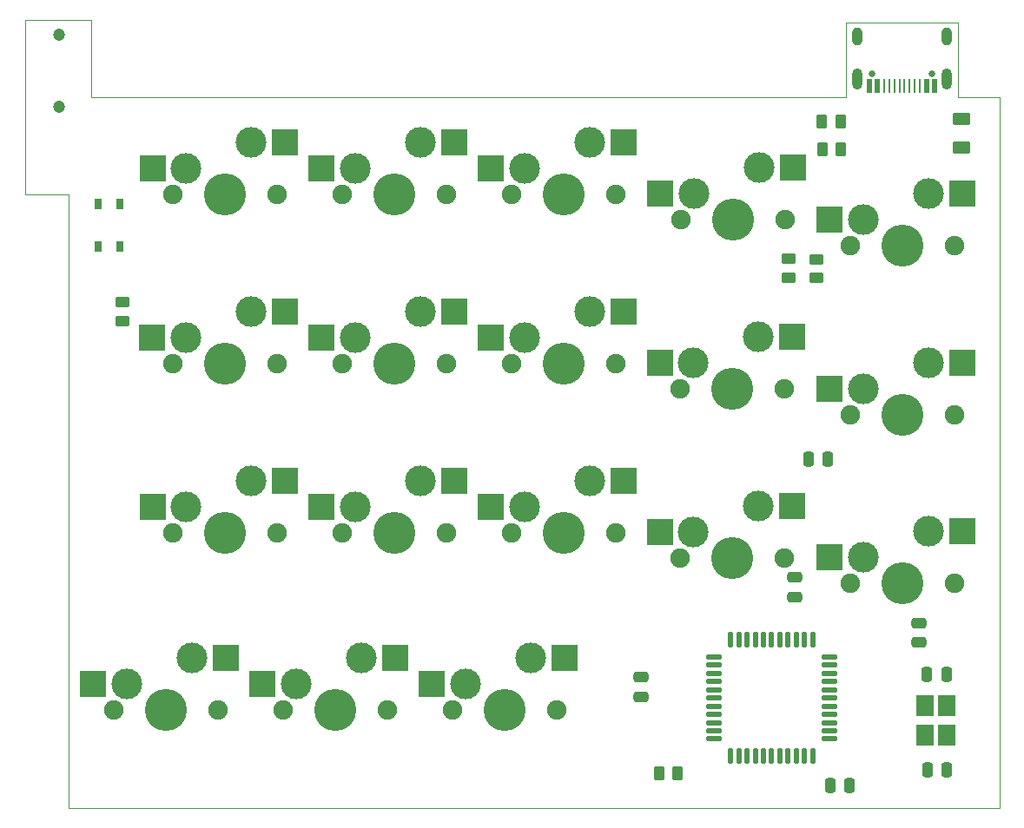
<source format=gbs>
%TF.GenerationSoftware,KiCad,Pcbnew,(6.0.6)*%
%TF.CreationDate,2022-12-14T08:05:18+09:00*%
%TF.ProjectId,split-mini__right,73706c69-742d-46d6-996e-695f5f726967,rev?*%
%TF.SameCoordinates,Original*%
%TF.FileFunction,Soldermask,Bot*%
%TF.FilePolarity,Negative*%
%FSLAX46Y46*%
G04 Gerber Fmt 4.6, Leading zero omitted, Abs format (unit mm)*
G04 Created by KiCad (PCBNEW (6.0.6)) date 2022-12-14 08:05:18*
%MOMM*%
%LPD*%
G01*
G04 APERTURE LIST*
G04 Aperture macros list*
%AMRoundRect*
0 Rectangle with rounded corners*
0 $1 Rounding radius*
0 $2 $3 $4 $5 $6 $7 $8 $9 X,Y pos of 4 corners*
0 Add a 4 corners polygon primitive as box body*
4,1,4,$2,$3,$4,$5,$6,$7,$8,$9,$2,$3,0*
0 Add four circle primitives for the rounded corners*
1,1,$1+$1,$2,$3*
1,1,$1+$1,$4,$5*
1,1,$1+$1,$6,$7*
1,1,$1+$1,$8,$9*
0 Add four rect primitives between the rounded corners*
20,1,$1+$1,$2,$3,$4,$5,0*
20,1,$1+$1,$4,$5,$6,$7,0*
20,1,$1+$1,$6,$7,$8,$9,0*
20,1,$1+$1,$8,$9,$2,$3,0*%
G04 Aperture macros list end*
%TA.AperFunction,Profile*%
%ADD10C,0.100000*%
%TD*%
%ADD11C,1.900000*%
%ADD12C,4.100000*%
%ADD13C,3.000000*%
%ADD14R,2.550000X2.500000*%
%ADD15C,0.650000*%
%ADD16R,0.580000X1.400000*%
%ADD17R,0.280000X1.400000*%
%ADD18O,1.000000X1.800000*%
%ADD19O,1.000000X2.100000*%
%ADD20RoundRect,0.137500X-0.137500X0.600000X-0.137500X-0.600000X0.137500X-0.600000X0.137500X0.600000X0*%
%ADD21RoundRect,0.137500X-0.600000X0.137500X-0.600000X-0.137500X0.600000X-0.137500X0.600000X0.137500X0*%
%ADD22RoundRect,0.250000X-0.625000X0.375000X-0.625000X-0.375000X0.625000X-0.375000X0.625000X0.375000X0*%
%ADD23RoundRect,0.250000X0.262500X0.450000X-0.262500X0.450000X-0.262500X-0.450000X0.262500X-0.450000X0*%
%ADD24RoundRect,0.250000X-0.475000X0.250000X-0.475000X-0.250000X0.475000X-0.250000X0.475000X0.250000X0*%
%ADD25C,1.200000*%
%ADD26RoundRect,0.250000X0.250000X0.475000X-0.250000X0.475000X-0.250000X-0.475000X0.250000X-0.475000X0*%
%ADD27R,0.650000X1.050000*%
%ADD28R,1.800000X2.100000*%
%ADD29RoundRect,0.250000X-0.250000X-0.475000X0.250000X-0.475000X0.250000X0.475000X-0.250000X0.475000X0*%
%ADD30RoundRect,0.250000X0.450000X-0.262500X0.450000X0.262500X-0.450000X0.262500X-0.450000X-0.262500X0*%
%ADD31RoundRect,0.250000X-0.450000X0.262500X-0.450000X-0.262500X0.450000X-0.262500X0.450000X0.262500X0*%
G04 APERTURE END LIST*
D10*
X26100000Y-26400000D02*
X26100000Y-18900000D01*
X19600000Y-18900000D02*
X19600000Y-35900000D01*
X23825000Y-95725000D02*
X114600000Y-95725000D01*
X114600000Y-26400000D02*
X110600000Y-26400000D01*
X99600000Y-19100000D02*
X99600000Y-26400000D01*
X23825000Y-35900000D02*
X19600000Y-35900000D01*
X23825000Y-35900000D02*
X23825000Y-95725000D01*
X110600000Y-19100000D02*
X99600000Y-19100000D01*
X26100000Y-18900000D02*
X19600000Y-18900000D01*
X114600000Y-95725000D02*
X114600000Y-26400000D01*
X99600000Y-26400000D02*
X26100000Y-26400000D01*
X110600000Y-26400000D02*
X110600000Y-19100000D01*
D11*
%TO.C,SW15*%
X110180000Y-73850000D03*
D12*
X105100000Y-73850000D03*
D13*
X101290000Y-71310000D03*
D11*
X100020000Y-73850000D03*
D13*
X107640000Y-68770000D03*
D14*
X98015000Y-71310000D03*
X110942000Y-68770000D03*
%TD*%
D11*
%TO.C,SW7*%
X50520000Y-52400000D03*
X60680000Y-52400000D03*
D13*
X58140000Y-47320000D03*
D12*
X55600000Y-52400000D03*
D13*
X51790000Y-49860000D03*
D14*
X48515000Y-49860000D03*
X61442000Y-47320000D03*
%TD*%
D11*
%TO.C,SW3*%
X67020000Y-35870000D03*
D13*
X68290000Y-33330000D03*
D12*
X72100000Y-35870000D03*
D13*
X74640000Y-30790000D03*
D11*
X77180000Y-35870000D03*
D14*
X65015000Y-33330000D03*
X77942000Y-30790000D03*
%TD*%
D13*
%TO.C,SW6*%
X41640000Y-47320000D03*
D11*
X34020000Y-52400000D03*
D12*
X39100000Y-52400000D03*
D11*
X44180000Y-52400000D03*
D13*
X35290000Y-49860000D03*
D14*
X32015000Y-49860000D03*
X44942000Y-47320000D03*
%TD*%
D13*
%TO.C,SW17*%
X52380000Y-81140000D03*
D11*
X44760000Y-86220000D03*
D12*
X49840000Y-86220000D03*
D13*
X46030000Y-83680000D03*
D11*
X54920000Y-86220000D03*
D14*
X42755000Y-83680000D03*
X55682000Y-81140000D03*
%TD*%
D13*
%TO.C,SW14*%
X91110000Y-66270000D03*
X84760000Y-68810000D03*
D12*
X88570000Y-71350000D03*
D11*
X93650000Y-71350000D03*
X83490000Y-71350000D03*
D14*
X81485000Y-68810000D03*
X94412000Y-66270000D03*
%TD*%
D13*
%TO.C,SW9*%
X84760000Y-52320000D03*
D12*
X88570000Y-54860000D03*
D13*
X91110000Y-49780000D03*
D11*
X93650000Y-54860000D03*
X83490000Y-54860000D03*
D14*
X81485000Y-52320000D03*
X94412000Y-49780000D03*
%TD*%
D13*
%TO.C,SW8*%
X68270000Y-49840000D03*
D11*
X67000000Y-52380000D03*
D12*
X72080000Y-52380000D03*
D13*
X74620000Y-47300000D03*
D11*
X77160000Y-52380000D03*
D14*
X64995000Y-49840000D03*
X77922000Y-47300000D03*
%TD*%
D11*
%TO.C,SW10*%
X110190000Y-57400000D03*
D12*
X105110000Y-57400000D03*
D11*
X100030000Y-57400000D03*
D13*
X101300000Y-54860000D03*
X107650000Y-52320000D03*
D14*
X98025000Y-54860000D03*
X110952000Y-52320000D03*
%TD*%
D12*
%TO.C,SW11*%
X39130000Y-68950000D03*
D13*
X35320000Y-66410000D03*
D11*
X44210000Y-68950000D03*
D13*
X41670000Y-63870000D03*
D11*
X34050000Y-68950000D03*
D14*
X32045000Y-66410000D03*
X44972000Y-63870000D03*
%TD*%
D11*
%TO.C,SW1*%
X34040000Y-35870000D03*
X44200000Y-35870000D03*
D13*
X35310000Y-33330000D03*
X41660000Y-30790000D03*
D12*
X39120000Y-35870000D03*
D14*
X32035000Y-33330000D03*
X44962000Y-30790000D03*
%TD*%
D13*
%TO.C,SW12*%
X51790000Y-66360000D03*
D11*
X60680000Y-68900000D03*
D13*
X58140000Y-63820000D03*
D11*
X50520000Y-68900000D03*
D12*
X55600000Y-68900000D03*
D14*
X48515000Y-66360000D03*
X61442000Y-63820000D03*
%TD*%
D11*
%TO.C,SW5*%
X110210000Y-40870000D03*
X100050000Y-40870000D03*
D13*
X107670000Y-35790000D03*
X101320000Y-38330000D03*
D12*
X105130000Y-40870000D03*
D14*
X98045000Y-38330000D03*
X110972000Y-35790000D03*
%TD*%
D11*
%TO.C,SW2*%
X50530000Y-35870000D03*
D12*
X55610000Y-35870000D03*
D13*
X58150000Y-30790000D03*
X51800000Y-33330000D03*
D11*
X60690000Y-35870000D03*
D14*
X48525000Y-33330000D03*
X61452000Y-30790000D03*
%TD*%
D11*
%TO.C,SW13*%
X77180000Y-68900000D03*
X67020000Y-68900000D03*
D13*
X68290000Y-66360000D03*
X74640000Y-63820000D03*
D12*
X72100000Y-68900000D03*
D14*
X65015000Y-66360000D03*
X77942000Y-63820000D03*
%TD*%
D11*
%TO.C,SW16*%
X28270000Y-86200000D03*
D13*
X35890000Y-81120000D03*
D11*
X38430000Y-86200000D03*
D13*
X29540000Y-83660000D03*
D12*
X33350000Y-86200000D03*
D14*
X26265000Y-83660000D03*
X39192000Y-81120000D03*
%TD*%
D12*
%TO.C,SW4*%
X88600000Y-38350000D03*
D11*
X93680000Y-38350000D03*
X83520000Y-38350000D03*
D13*
X84790000Y-35810000D03*
X91140000Y-33270000D03*
D14*
X81515000Y-35810000D03*
X94442000Y-33270000D03*
%TD*%
D11*
%TO.C,SW18*%
X61280000Y-86210000D03*
D13*
X68900000Y-81130000D03*
X62550000Y-83670000D03*
D11*
X71440000Y-86210000D03*
D12*
X66360000Y-86210000D03*
D14*
X59275000Y-83670000D03*
X72202000Y-81130000D03*
%TD*%
D15*
%TO.C,J1*%
X102210000Y-24140000D03*
X107990000Y-24140000D03*
D16*
X101900000Y-25340000D03*
X102700000Y-25340000D03*
D17*
X103850000Y-25340000D03*
X104850000Y-25340000D03*
X105350000Y-25340000D03*
X106350000Y-25340000D03*
D16*
X107500000Y-25340000D03*
X108300000Y-25340000D03*
X108300000Y-25340000D03*
X107500000Y-25340000D03*
D17*
X106850000Y-25340000D03*
X105850000Y-25340000D03*
X104350000Y-25340000D03*
X103350000Y-25340000D03*
D16*
X102700000Y-25340000D03*
X101900000Y-25340000D03*
D18*
X109420000Y-20460000D03*
D19*
X100780000Y-24640000D03*
X109420000Y-24640000D03*
D18*
X100780000Y-20460000D03*
%TD*%
D20*
%TO.C,U1*%
X88390000Y-79352500D03*
X89190000Y-79352500D03*
X89990000Y-79352500D03*
X90790000Y-79352500D03*
X91590000Y-79352500D03*
X92390000Y-79352500D03*
X93190000Y-79352500D03*
X93990000Y-79352500D03*
X94790000Y-79352500D03*
X95590000Y-79352500D03*
X96390000Y-79352500D03*
D21*
X98052500Y-81015000D03*
X98052500Y-81815000D03*
X98052500Y-82615000D03*
X98052500Y-83415000D03*
X98052500Y-84215000D03*
X98052500Y-85015000D03*
X98052500Y-85815000D03*
X98052500Y-86615000D03*
X98052500Y-87415000D03*
X98052500Y-88215000D03*
X98052500Y-89015000D03*
D20*
X96390000Y-90677500D03*
X95590000Y-90677500D03*
X94790000Y-90677500D03*
X93990000Y-90677500D03*
X93190000Y-90677500D03*
X92390000Y-90677500D03*
X91590000Y-90677500D03*
X90790000Y-90677500D03*
X89990000Y-90677500D03*
X89190000Y-90677500D03*
X88390000Y-90677500D03*
D21*
X86727500Y-89015000D03*
X86727500Y-88215000D03*
X86727500Y-87415000D03*
X86727500Y-86615000D03*
X86727500Y-85815000D03*
X86727500Y-85015000D03*
X86727500Y-84215000D03*
X86727500Y-83415000D03*
X86727500Y-82615000D03*
X86727500Y-81815000D03*
X86727500Y-81015000D03*
%TD*%
D22*
%TO.C,F1*%
X110900000Y-28500000D03*
X110900000Y-31300000D03*
%TD*%
D23*
%TO.C,R5*%
X83232500Y-92385000D03*
X81407500Y-92385000D03*
%TD*%
%TO.C,R1*%
X99150000Y-31500000D03*
X97325000Y-31500000D03*
%TD*%
D24*
%TO.C,C5*%
X106750000Y-77700000D03*
X106750000Y-79600000D03*
%TD*%
D25*
%TO.C,J2*%
X22900000Y-27350000D03*
X22900000Y-20350000D03*
%TD*%
D26*
%TO.C,C7*%
X109450000Y-82750000D03*
X107550000Y-82750000D03*
%TD*%
D23*
%TO.C,R2*%
X99130000Y-28810000D03*
X97305000Y-28810000D03*
%TD*%
D27*
%TO.C,RESET1*%
X26720000Y-36820000D03*
X26720000Y-40980000D03*
X28880000Y-36820000D03*
X28880000Y-40980000D03*
%TD*%
D28*
%TO.C,Y1*%
X107300000Y-88650000D03*
X107300000Y-85750000D03*
X109500000Y-85750000D03*
X109500000Y-88650000D03*
%TD*%
D29*
%TO.C,C4*%
X98100000Y-93565000D03*
X100000000Y-93565000D03*
%TD*%
D24*
%TO.C,C2*%
X94650000Y-73250000D03*
X94650000Y-75150000D03*
%TD*%
D30*
%TO.C,R6*%
X29100000Y-48212500D03*
X29100000Y-46387500D03*
%TD*%
D26*
%TO.C,C6*%
X109500000Y-92050000D03*
X107600000Y-92050000D03*
%TD*%
D31*
%TO.C,R4*%
X96750000Y-42200000D03*
X96750000Y-42200000D03*
X96750000Y-44025000D03*
%TD*%
%TO.C,R3*%
X94020000Y-42190000D03*
X94020000Y-44015000D03*
%TD*%
D24*
%TO.C,C3*%
X79650000Y-83000000D03*
X79650000Y-84900000D03*
%TD*%
D29*
%TO.C,C1*%
X96000000Y-61700000D03*
X97900000Y-61700000D03*
%TD*%
M02*

</source>
